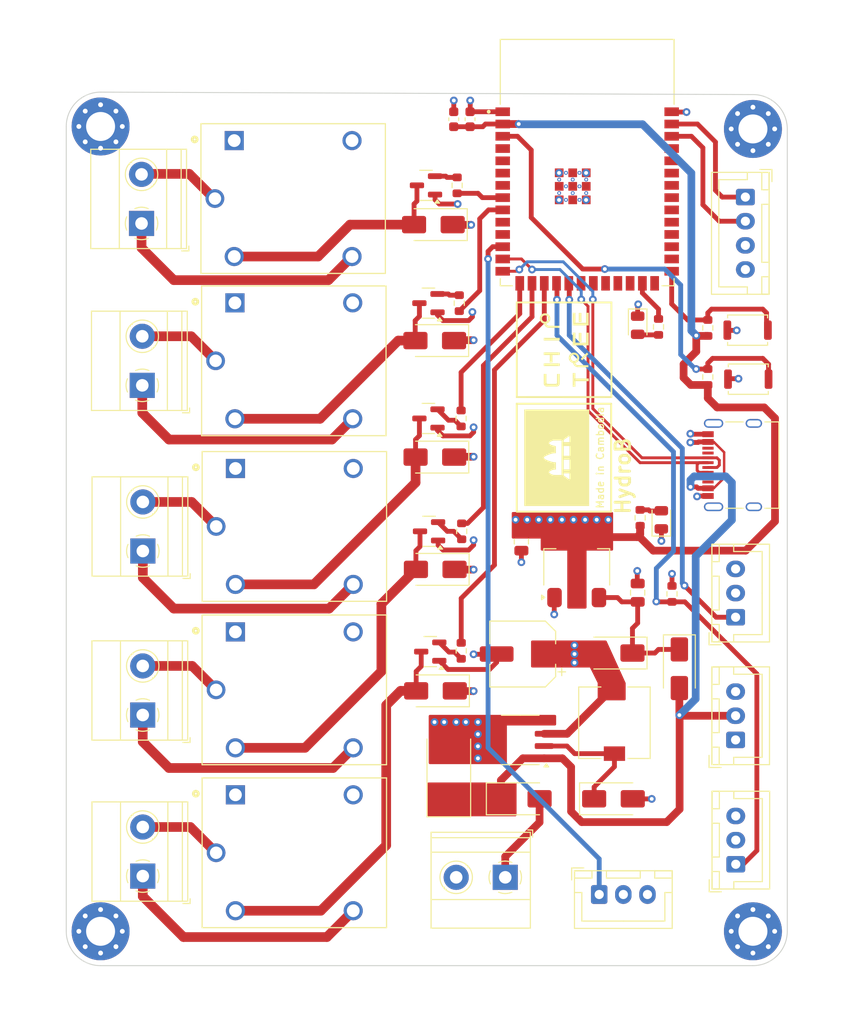
<source format=kicad_pcb>
(kicad_pcb (version 20240108) (generator "pcbnew") (generator_version "8.0")
  (layers (0 "F.Cu" signal) (1 "In1.Cu" power "GND") (2 "In2.Cu" power "PWR") (31 "B.Cu" signal) (34 "B.Paste" user) (35 "F.Paste" user) (36 "B.SilkS" user "B.Silkscreen") (37 "F.SilkS" user "F.Silkscreen") (38 "B.Mask" user) (39 "F.Mask" user) (44 "Edge.Cuts" user))
  (net 0 "")
  (net 1 "GND")
  (net 2 "+3.3V")
  (net 3 "VBUS")
  (net 4 "+5V")
  (net 5 "Net-(D18-K)")
  (net 6 "Net-(D7-A)")
  (net 7 "Net-(D8-A)")
  (net 8 "Net-(D10-A)")
  (net 9 "Net-(D14-A)")
  (net 10 "Net-(D15-A)")
  (net 11 "Net-(D16-A)")
  (net 12 "Net-(D17-K)")
  (net 13 "Net-(D20-A)")
  (net 14 "Net-(J14-Pin_2)")
  (net 15 "Net-(J14-Pin_1)")
  (net 16 "Net-(J15-Pin_2)")
  (net 17 "Net-(J15-Pin_1)")
  (net 18 "Net-(J16-Pin_2)")
  (net 19 "Net-(J16-Pin_1)")
  (net 20 "Net-(J17-Pin_1)")
  (net 21 "Net-(J17-Pin_2)")
  (net 22 "Net-(J18-Pin_2)")
  (net 23 "Net-(J18-Pin_1)")
  (net 24 "/HydroB/Block Sensor1/IO9")
  (net 25 "/HydroB/Block Sensor1/SCL")
  (net 26 "/HydroB/Block Sensor1/SDA")
  (net 27 "/HydroB/Block Sensor1/IO10")
  (net 28 "/HydroB/Block Sensor1/IO8")
  (net 32 "/HydroB/ESP32-S4/D+")
  (net 34 "/HydroB/ESP32-S4/D-")
  (net 45 "Net-(Q6-B)")
  (net 46 "Net-(Q7-B)")
  (net 47 "Net-(Q8-B)")
  (net 48 "Net-(Q9-B)")
  (net 49 "Net-(Q10-B)")
  (net 50 "/HydroB/Block Relay1/RELAY_1")
  (net 51 "/HydroB/Block Relay1/RELAY_4")
  (net 52 "/HydroB/Block Relay1/RELAY_2")
  (net 53 "/HydroB/Block Relay1/RELAY_5")
  (net 54 "/HydroB/Block Relay1/RELAY_3")
  (net 55 "/HydroB/ESP32-S4/RESET")
  (net 56 "/HydroB/ESP32-S4/BOOT")
  (net 70 "Net-(D1-A)")
  (net 80 "/HydroB/ESP32-S4/LED")
  (footprint "Diode_SMD:D_SMA" (layer "F.Cu") (at 168.503472 109.6 180)
    (property "Reference" "D18" (hide yes))
    (property "Value" "B120-E3")
  )
  (footprint "Diode_SMD:D_SMA" (layer "F.Cu") (at 149.882972 65.252472 180)
    (property "Reference" "D7" (hide yes))
    (property "Value" "1N4007")
  )
  (footprint "SRD-05VDC-SL-C:RELAY_SRD-05VDC-SL-C" (layer "F.Cu") (at 135.487472 96.494472)
    (property "Reference" "K9" (hide yes))
    (property "Value" "SRD-05VDC-SL-C")
  )
  (footprint "Diode_SMD:D_SMA" (layer "F.Cu") (at 158.883472 124.688472)
    (property "Reference" "D16" (hide yes))
    (property "Value" "1N4007")
  )
  (footprint "Connector_JST:JST_XH_B4B-XH-A_1x04_P2.50mm_Vertical" (layer "F.Cu") (at 182.2 62.4 -90)
    (property "Reference" "J20" (hide yes))
    (property "Value" "LCD")
  )
  (footprint "MountingHole:MountingHole_3mm_Pad_Via" (layer "F.Cu") (at 115.417472 55.092472)
    (property "Reference" "H6" (hide yes))
    (property "Value" "MountingHole")
  )
  (footprint "Resistor_SMD:R_0603_1608Metric" (layer "F.Cu") (at 152.755472 85.318472 -90)
    (property "Reference" "R13" (hide yes))
    (property "Value" "470")
  )
  (footprint "TerminalBlock_Phoenix:TerminalBlock_Phoenix_MKDS-1,5-2-5.08_1x02_P5.08mm_Horizontal" (layer "F.Cu") (at 119.735472 81.889472 90)
    (property "Reference" "J16" (hide yes))
    (property "Value" "Screw_Terminal_01x02")
  )
  (footprint "Resistor_SMD:R_0603_1608Metric" (layer "F.Cu") (at 174.599472 103.477472 90)
    (property "Reference" "R15" (hide yes))
    (property "Value" "5K")
  )
  (footprint "Connector_JST:JST_XH_B3B-XH-A_1x03_P2.50mm_Vertical" (layer "F.Cu") (at 181.186472 118.592472 90)
    (property "Reference" "J24" (hide yes))
    (property "Value" "Fan")
  )
  (footprint "MOD FILE:XCVR_ESP32-S3-WROOM-1-N16R2" (layer "F.Cu") (at 165.815472 58.828472)
    (property "Reference" "U1" (hide yes))
    (property "Value" "ESP32-S3-WROOM-1-N16R2")
  )
  (footprint "Diode_SMD:D_SMA" (layer "F.Cu") (at 150.039972 89.316472 180)
    (property "Reference" "D14" (hide yes))
    (property "Value" "1N4007")
  )
  (footprint "Package_TO_SOT_SMD:SOT-23" (layer "F.Cu") (at 149.5625 109.45 180)
    (property "Reference" "Q10" (hide yes))
    (property "Value" "S8050")
  )
  (footprint "LED_SMD:LED_0805_2012Metric" (layer "F.Cu") (at 171.043472 75.666472 -90)
    (property "Reference" "D1" (hide yes))
    (property "Value" "LED_Small")
  )
  (footprint "Resistor_SMD:R_0603_1608Metric" (layer "F.Cu") (at 152.566472 73.380472 90)
    (property "Reference" "R12" (hide yes))
    (property "Value" "470")
  )
  (footprint "Capacitor_SMD:C_0805_2012Metric" (layer "F.Cu") (at 159 98.05 -90)
    (property "Reference" "C12" (hide yes))
    (property "Value" "10uf")
  )
  (footprint "Package_SO:SOIC-8_3.9x4.9mm_P1.27mm" (layer "F.Cu") (at 158.883472 118.592472 180)
    (property "Reference" "U4" (hide yes))
    (property "Value" "XL1509-5.0")
  )
  (footprint "Inductor_SMD:L_7.3x7.3_H3.5" (layer "F.Cu") (at 168.637472 116.814472 90)
    (property "Reference" "L2" (hide yes))
    (property "Value" "68uH")
  )
  (footprint "Connector_JST:JST_XH_B3B-XH-A_1x03_P2.50mm_Vertical" (layer "F.Cu") (at 181.186472 105.892472 90)
    (property "Reference" "J21" (hide yes))
    (property "Value" "DS18B20 sensor")
  )
  (footprint "Resistor_SMD:R_0603_1608Metric" (layer "F.Cu") (at 178.308 75.946 -90)
    (property "Reference" "R18" (hide yes))
    (property "Value" "10k")
  )
  (footprint "Resistor_SMD:R_0603_1608Metric" (layer "F.Cu") (at 173.202472 75.841972 -90)
    (property "Reference" "R1" (hide yes))
    (property "Value" "1k")
  )
  (footprint "CHIPTREE_LOGO:CHPTREE-10x10mm" (layer "F.Cu") (at 163.423472 78.206472 90)
    (property "Reference" "G***" (hide yes))
    (property "Value" "LOGO" (hide yes))
  )
  (footprint "CHIPTREE_LOGO:cam10x10" (layer "F.Cu") (at 162.661472 89.382472 90)
    (property "Reference" "G***" (hide yes))
    (property "Value" "LOGO" (hide yes))
  )
  (footprint "Package_TO_SOT_SMD:SOT-23" (layer "F.Cu") (at 149.120972 61.188472 180)
    (property "Reference" "Q6" (hide yes))
    (property "Value" "S8050")
  )
  (footprint "Capacitor_SMD:CP_Elec_6.3x7.7" (layer "F.Cu") (at 159.137472 109.702472 180)
    (property "Reference" "C9" (hide yes))
    (property "Value" "180uf/35V")
  )
  (footprint "Package_TO_SOT_SMD:SOT-23" (layer "F.Cu") (at 149.374972 73.380472 180)
    (property "Reference" "Q8" (hide yes))
    (property "Value" "S8050")
  )
  (footprint "SRD-05VDC-SL-C:RELAY_SRD-05VDC-SL-C" (layer "F.Cu") (at 135.431472 79.349472)
    (property "Reference" "K8" (hide yes))
    (property "Value" "SRD-05VDC-SL-C")
  )
  (footprint "Package_TO_SOT_SMD:SOT-223-3_TabPin2" (layer "F.Cu") (at 164.730972 100.708972 90)
    (property "Reference" "U5" (hide yes))
    (property "Value" "AMS1117-3.3")
  )
  (footprint "Diode_SMD:D_SMA" (layer "F.Cu") (at 168.535472 124.688472)
    (property "Reference" "D17" (hide yes))
    (property "Value" "1N5820")
  )
  (footprint "Diode_SMD:D_SMA" (layer "F.Cu") (at 150.1025 113.514 180)
    (property "Reference" "D15" (hide yes))
    (property "Value" "1N4007")
  )
  (footprint "Resistor_SMD:R_0603_1608Metric" (layer "F.Cu") (at 152.344472 61.188472 90)
    (property "Reference" "R9" (hide yes))
    (property "Value" "470")
  )
  (footprint "Resistor_SMD:R_0603_1608Metric" (layer "F.Cu") (at 152.7675 109.371 -90)
    (property "Reference" "R14" (hide yes))
    (property "Value" "470")
  )
  (footprint "TerminalBlock_Phoenix:TerminalBlock_Phoenix_MKDS-1,5-2-5.08_1x02_P5.08mm_Horizontal" (layer "F.Cu") (at 119.782472 116.014972 90)
    (property "Reference" "J15" (hide yes))
    (property "Value" "Screw_Terminal_01x02")
  )
  (footprint "Connector_JST:JST_XH_B3B-XH-A_1x03_P2.50mm_Vertical" (layer "F.Cu") (at 167.059472 134.594472)
    (property "Reference" "J23" (hide yes))
    (property "Value" "PH sensor")
  )
  (footprint "MountingHole:MountingHole_3mm_Pad_Via" (layer "F.Cu") (at 115.417472 138.404472)
    (property "Reference" "H7" (hide yes))
    (property "Value" "MountingHole")
  )
  (footprint "Resistor_SMD:R_0603_1608Metric" (layer "F.Cu") (at 171.297472 95.603472 90)
    (property "Reference" "R16" (hide yes))
    (property "Value" "1k")
  )
  (footprint "Package_TO_SOT_SMD:SOT-23" (layer "F.Cu") (at 149.374972 85.318472 180)
    (property "Reference" "Q9" (hide yes))
    (property "Value" "S8050")
  )
  (footprint "Connector_USB:USB_C_Receptacle_Palconn_UTC16-G" (layer "F.Cu") (at 180.836472 90.144472 90)
    (property "Reference" "J26" (hide yes))
    (property "Value" "USB_C_2.0")
  )
  (footprint "TerminalBlock_Phoenix:TerminalBlock_Phoenix_MKDS-1,5-2-5.08_1x02_P5.08mm_Horizontal" (layer "F.Cu") (at 119.794472 99.039472 90)
    (property "Reference" "J17" (hide yes))
    (property "Value" "Screw_Terminal_01x02")
  )
  (footprint "TerminalBlock_Phoenix:TerminalBlock_Phoenix_MKDS-1,5-2-5.08_1x02_P5.08mm_Horizontal" (layer "F.Cu") (at 119.659472 65.130472 90)
    (property "Reference" "J14" (hide yes))
    (property "Value" "Screw_Terminal_01x02")
  )
  (footprint "SRD-05VDC-SL-C:RELAY_SRD-05VDC-SL-C" (layer "F.Cu") (at 135.360472 62.554472)
    (property "Reference" "K5" (hide yes))
    (property "Value" "SRD-05VDC-SL-C")
  )
  (footprint "Capacitor_Tantalum_SMD:CP_EIA-7343-30_AVX-N" (layer "F.Cu") (at 151.485472 122.148472 90)
    (property "Reference" "C8" (hide yes))
    (property "Value" "470uf/35V")
  )
  (footprint "Connector_JST:JST_XH_B3B-XH-A_1x03_P2.50mm_Vertical" (layer "F.Cu") (at 181.203472 131.466472 90)
    (property "Reference" "J1" (hide yes))
    (property "Value" "EC sensor")
  )
  (footprint "Button_Switch_SMD:SW_Push_SPST_NO_Alps_SKRK" (layer "F.Cu") (at 182.499 81.248472)
    (property "Reference" "SW3" (hide yes))
    (property "Value" "K2")
  )
  (footprint "Resistor_SMD:R_0603_1608Metric" (layer "F.Cu") (at 152.818 97 -90)
    (property "Reference" "R11" (hide yes))
    (property "Value" "470")
  )
  (footprint "TerminalBlock_Phoenix:TerminalBlock_Phoenix_MKDS-1,5-2-5.08_1x02_P5.08mm_Horizontal" (layer "F.Cu") (at 119.786472 132.689472 90)
    (property "Reference" "J18" (hide yes))
    (property "Value" "Screw_Terminal_01x02")
  )
  (footprint "Diode_SMD:D_SMA" (layer "F.Cu") (at 150.026472 77.256472 180)
    (property "Reference" "D10" (hide yes))
    (property "Value" "1N4007")
  )
  (footprint "Capacitor_SMD:C_0805_2012Metric" (layer "F.Cu") (at 171.043472 103.352472 90)
    (property "Reference" "C10" (hide yes))
    (property "Value" "10uf")
  )
  (footprint "MountingHole:MountingHole_3mm_Pad_Via" (layer "F.Cu") (at 182.981472 55.346472)
    (property "Reference" "H8" (hide yes))
    (property "Value" "MountingHole")
  )
  (footprint "Capacitor_SMD:C_0603_1608Metric" (layer "F.Cu") (at 151.993472 54.343472 -90)
    (property "Reference" "C6" (hide yes))
    (property "Value" "0.1uF")
  )
  (footprint "Package_TO_SOT_SMD:SOT-23" (layer "F.Cu") (at 149.4375 97 180)
    (property "Reference" "Q7" (hide yes))
    (property "Value" "S8050")
  )
  (footprint "Capacitor_SMD:C_0603_1608Metric" (layer "F.Cu") (at 153.683472 54.343472 -90)
    (property "Reference" "C4" (hide yes))
    (property "Value" "10uF")
  )
  (footprint "MountingHole:MountingHole_3mm_Pad_Via" (layer "F.Cu") (at 182.981472 138.404472)
    (property "Reference" "H5" (hide yes))
    (property "Value" "MountingHole")
  )
  (footprint "Diode_SMD:D_SMA" (layer "F.Cu") (at 150.076 100.939 180)
    (property "Reference" "D8" (hide yes))
    (property "Value" "1N4007")
  )
  (footprint "LED_SMD:LED_0805_2012Metric" (layer "F.Cu") (at 173.492472 95.809472 90)
    (property "Reference" "D20" (hide yes))
    (property "Value" "LED_Small")
  )
  (footprint "Button_Switch_SMD:SW_Push_SPST_NO_Alps_SKRK" (layer "F.Cu") (at 182.431 76.174472)
    (property "Reference" "SW4" (hide yes))
    (property "Value" "K1")
  )
  (footprint "SRD-05VDC-SL-C:RELAY_SRD-05VDC-SL-C" (layer "F.Cu") (at 135.479472 113.411472)
    (property "Reference" "K7" (hide yes))
    (property "Value" "SRD-05VDC-SL-C")
  )
  (footprint "TerminalBlock_Phoenix:TerminalBlock_Phoenix_MKDS-1,5-2-5.08_1x02_P5.08mm_Horizontal" (layer "F.Cu") (at 157.327472 132.816472 180)
    (property "Reference" "J2" (hide yes))
    (property "Value" "Screw_Terminal_01x02")
  )
  (footprint "SRD-05VDC-SL-C:RELAY_SRD-05VDC-SL-C" (layer "F.Cu") (at 135.483472 130.276472)
    (property "Reference" "K10" (hide yes))
    (property "Value" "SRD-05VDC-SL-C")
  )
  (footprint "Resistor_SMD:R_0603_1608Metric" (layer "F.Cu") (at 178.308 81.026 -90)
    (property "Reference" "R17" (hide yes))
    (property "Value" "10k")
  )
  (footprint "Diode_SMD:D_SMA" (layer "F.Cu") (at 175.361472 111.226472 -90)
    (property "Reference" "D19" (hide yes))
    (property "Value" "B120-E3")
  )
  (gr_rect (start 158.521272 83.794472) (end 168.300272 94.970472) (stroke (width 0.2)) (fill none) (layer "F.SilkS"))
  (gr_arc (start 111.861472 55.092472) (mid 112.903 52.578) (end 115.417472 51.536472) (stroke (width 0.1)) (layer "Edge.Cuts"))
  (gr_line (start 111.861472 55.092472) (end 111.861472 138.404472) (stroke (width 0.1)) (layer "Edge.Cuts"))
  (gr_line (start 115.417472 141.960472) (end 182.981472 141.960472) (stroke (width 0.1)) (layer "Edge.Cuts"))
  (gr_line (start 186.537472 138.404472) (end 186.537472 55.346472) (stroke (width 0.1)) (layer "Edge.Cuts"))
  (gr_arc (start 182.981472 51.790472) (mid 185.495944 52.832) (end 186.537472 55.346472) (stroke (width 0.1)) (layer "Edge.Cuts"))
  (gr_arc (start 186.537472 138.404472) (mid 185.495944 140.918944) (end 182.981472 141.960472) (stroke (width 0.1)) (layer "Edge.Cuts"))
  (gr_arc (start 115.417472 141.960472) (mid 112.903 140.918944) (end 111.861472 138.404472) (stroke (width 0.1)) (layer "Edge.Cuts"))
  (gr_line (start 182.981472 51.790472) (end 115.417472 51.536472) (stroke (width 0.1)) (layer "Edge.Cuts"))
  (gr_text "HydroB" (at 170.4 95.4 90) (layer "F.SilkS") (effects (font (size 1.5 1.5) (thickness 0.3) (bold yes)) (justify left bottom)))
  (gr_text "Made in Cambodia " (at 167.6 94.7166 90) (layer "F.SilkS") (effects (font (size 0.75 0.75) (thickness 0.125)) (justify left bottom)))
  (segment (start 171.043472 73.556528) (end 171.1 73.5) (width 0.5) (layer "F.Cu") (net 1))
  (segment (start 153.67 87.122) (end 150.876 87.122) (width 0.5) (layer "F.Cu") (net 1))
  (segment (start 177.238923 93.344472) (end 178.326472 93.344472) (width 0.5) (layer "F.Cu") (net 1))
  (segment (start 153.7 53.551944) (end 153.683472 53.568472) (width 0.5) (layer "F.Cu") (net 1))
  (segment (start 152 52.4) (end 152 53.561944) (width 0.5) (layer "F.Cu") (net 1))
  (segment (start 155.7 111.3) (end 151.4 111.3) (width 0.5) (layer "F.Cu") (net 1))
  (segment (start 162.4 103.889944) (end 162.430972 103.858972) (width 0.5) (layer "F.Cu") (net 1))
  (segment (start 181.3 76.2) (end 180.213 76.2) (width 0.5) (layer "F.Cu") (net 1))
  (segment (start 173.5 96.7545) (end 173.492472 96.746972) (width 0.5) (layer "F.Cu") (net 1))
  (segment (start 150.312472 86.558472) (end 150.312472 86.268472) (width 0.5) (layer "F.Cu") (net 1))
  (segment (start 152.4 63.119) (end 150.495 63.119) (width 0.5) (layer "F.Cu") (net 1))
  (segment (start 171.043472 74.728972) (end 171.043472 73.556528) (width 0.5) (layer "F.Cu") (net 1))
  (segment (start 174.597 53.6) (end 174.565472 53.568472) (width 0.5) (layer "F.Cu") (net 1))
  (segment (start 153.683472 53.568472) (end 157.065472 53.568472) (width 0.5) (layer "F.Cu") (net 1))
  (segment (start 153.543 75.184) (end 150.876 75.184) (width 0.5) (layer "F.Cu") (net 1))
  (segment (start 152 53.561944) (end 151.993472 53.568472) (width 0.5) (layer "F.Cu") (net 1))
  (segment (start 153.543 98.933) (end 154.051 98.425) (width 0.5) (layer "F.Cu") (net 1))
  (segment (start 153.924 74.295) (end 153.924 74.803) (width 0.5) (layer "F.Cu") (net 1))
  (segment (start 153.7 52.4) (end 153.7 53.551944) (width 0.5) (layer "F.Cu") (net 1))
  (segment (start 150.495 63.119) (end 150.058472 62.682472) (width 0.5) (layer "F.Cu") (net 1))
  (segment (start 156.345944 116.75) (end 156.408472 116.687472) (width 0.5) (layer "F.Cu") (net 1))
  (segment (start 180.447472 81.2) (end 180.399 81.248472) (width 0.5) (layer "F.Cu") (net 1))
  (segment (start 156.405944 120.5) (end 156.408472 120.497472) (width 0.5) (layer "F.Cu") (net 1))
  (segment (start 150.375 97.95) (end 150.375 98.432) (width 0.5) (layer "F.Cu") (net 1))
  (segment (start 159 100.2) (end 159 99) (width 0.5) (layer "F.Cu") (net 1))
  (segment (start 170.547 124.7) (end 170.535472 124.688472) (width 0.5) (layer "F.Cu") (net 1))
  (segment (start 153.924 74.803) (end 153.543 75.184) (width 0.5) (layer "F.Cu") (net 1))
  (segment (start 172.5 124.7) (end 170.547 124.7) (width 0.5) (layer "F.Cu") (net 1))
  (segment (start 150.058472 62.682472) (end 150.058472 62.138472) (width 0.5) (layer "F.Cu") (net 1))
  (segment (start 176.544472 86.944472) (end 178.326472 86.944472) (width 0.5) (layer "F.Cu") (net 1))
  (segment (start 150.312472 74.620472) (end 150.312472 74.330472) (width 0.5) (layer "F.Cu") (net 1))
  (segment (start 156.437472 109.702472) (end 156.437472 110.562528) (width 0.5) (layer "F.Cu") (net 1))
  (segment (start 181.483 81.2) (end 180.447472 81.2) (width 0.5) (layer "F.Cu") (net 1))
  (segment (start 156.385944 119.25) (end 156.408472 119.227472) (width 0.5) (layer "F.Cu") (net 1))
  (segment (start 156.365944 118) (end 156.408472 117.957472) (width 0.5) (layer "F.Cu") (net 1))
  (segment (start 171 101.1) (end 171 102.359) (width 0.5) (layer "F.Cu") (net 1))
  (segment (start 176.5 86.9) (end 176.544472 86.944472) (width 0.5) (layer "F.Cu") (net 1))
  (segment (start 154.051 109.728) (end 156.411944 109.728) (width 0.5) (layer "F.Cu") (net 1))
  (segment (start 180.213 76.2) (end 180.187472 76.174472) (width 0.5) (layer "F.Cu") (net 1))
  (segment (start 156.411944 109.728) (end 156.437472 109.702472) (width 0.5) (layer "F.Cu") (net 1))
  (segment (start 154.051 98.425) (end 154.051 97.917) (width 0.5) (layer "F.Cu") (net 1))
  (segment (start 156.437472 110.562528) (end 155.7 111.3) (width 0.5) (layer "F.Cu") (net 1))
  (segment (start 177.194788 93.388607) (end 177.238923 93.344472) (width 0.5) (layer "F.Cu") (net 1))
  (segment (start 150.876 75.184) (end 150.312472 74.620472) (width 0.5) (layer "F.Cu") (net 1))
  (segment (start 150.375 98.432) (end 150.876 98.933) (width 0.5) (layer "F.Cu") (net 1))
  (segment (start 173.5 98) (end 173.5 96.7545) (width 0.5) (layer "F.Cu") (net 1))
  (segment (start 176.1 53.6) (end 174.597 53.6) (width 0.5) (layer "F.Cu") (net 1))
  (segment (start 150.876 87.122) (end 150.312472 86.558472) (width 0.5) (layer "F.Cu") (net 1))
  (segment (start 171 102.359) (end 171.043472 102.402472) (width 0.5) (layer "F.Cu") (net 1))
  (segment (start 154.051 86.233) (end 154.051 86.741) (width 0.5) (layer "F.Cu") (net 1))
  (segment (start 162.4 105.6) (end 162.4 103.889944) (width 0.5) (layer "F.Cu") (net 1))
  (segment (start 151.4 111.3) (end 150.5 110.4) (width 0.5) (layer "F.Cu") (net 1))
  (segment (start 161.371 116.7) (end 161.358472 116.687472) (width 0.5) (layer "F.Cu") (net 1))
  (segment (start 150.876 98.933) (end 153.543 98.933) (width 0.5) (layer "F.Cu") (net 1))
  (segment (start 154.051 86.741) (end 153.67 87.122) (width 0.5) (layer "F.Cu") (net 1))
  (via (at 176.1 53.6) (size 0.8) (drill 0.4) (layers "F.Cu" "B.Cu") (net 1))
  (via (at 165.7 62.7) (size 0.8) (drill 0.4) (layers "F.Cu" "B.Cu") (net 1))
  (via (at 173.5 98) (size 0.8) (drill 0.4) (layers "F.Cu" "B.Cu") (net 1))
  (via (at 153.7 52.4) (size 0.8) (drill 0.4) (layers "F.Cu" "B.Cu") (net 1))
  (via (at 171.1 73.5) (size 0.8) (drill 0.4) (layers "F.Cu" "B.Cu") (net 1))
  (via (at 154.051 109.728) (size 0.8) (drill 0.4) (layers "F.Cu" "B.Cu") (net 1))
  (via (at 153.924 74.295) (size 0.8) (drill 0.4) (layers "F.Cu" "B.Cu") (net 1))
  (via (at 151 116.75) (size 0.8) (drill 0.4) (layers "F.Cu" "B.Cu") (net 1))
  (via (at 177.194788 93.388607) (size 0.8) (drill 0.4) (layers "F.Cu" "B.Cu") (net 1))
  (via (at 152.25 116.75) (size 0.8) (drill 0.4) (layers "F.Cu" "B.Cu") (net 1))
  (via (at 159 100.2) (size 0.8) (drill 0.4) (layers "F.Cu" "B.Cu") (net 1))
  (via (at 154.5 120.5) (size 0.8) (drill 0.4) (layers "F.Cu" "B.Cu") (net 1))
  (via (at 162.9 59.9) (size 0.8) (drill 0.4) (layers "F.Cu" "B.Cu") (net 1))
  (via (at 165.7 59.9) (size 0.8) (drill 0.4) (layers "F.Cu" "B.Cu") (net 1))
  (via (at 154.5 116.75) (size 0.8) (drill 0.4) (layers "F.Cu" "B.Cu") (net 1))
  (via (at 152.4 63.119) (size 0.8) (drill 0.4) (layers "F.Cu" "B.Cu") (net 1))
  (via (at 154.5 118) (size 0.8) (drill 0.4) (layers "F.Cu" "B.Cu") (net 1))
  (via (at 154.5 119.25) (size 0.8) (drill 0.4) (layers "F.Cu" "B.Cu") (net 1))
  (via (at 154.051 97.917) (size 0.8) (drill 0.4) (layers "F.Cu" "B.Cu") (net 1))
  (via (at 181.483 81.2) (size 0.8) (drill 0.4) (layers "F.Cu" "B.Cu") (net 1))
  (via (at 171 101.1) (size 0.8) (drill 0.4) (layers "F.Cu" "B.Cu") (net 1))
  (via (at 152 52.4) (size 0.8) (drill 0.4) (layers "F.Cu" "B.Cu") (net 1))
  (via (at 181.3 76.2) (size 0.8) (drill 0.4) (layers "F.Cu" "B.Cu") (net 1))
  (via (at 150 116.75) (size 0.8) (drill 0.4) (layers "F.Cu" "B.Cu") (net 1))
  (via (at 162.4 105.6) (size 0.8) (drill 0.4) (layers "F.Cu" "B.Cu") (net 1))
  (via (at 153.25 116.75) (size 0.8) (drill 0.4) (layers "F.Cu" "B.Cu") (net 1))
  (via (at 162.9 62.7) (size 0.8) (drill 0.4) (layers "F.Cu" "B.Cu") (net 1))
  (via (at 154.051 86.233) (size 0.8) (drill 0.4) (layers "F.Cu" "B.Cu") (net 1))
  (via (at 172.5 124.7) (size 0.8) (drill 0.4) (layers "F.Cu" "B.Cu") (net 1))
  (via (at 176.5 86.9) (size 0.8) (drill 0.4) (layers "F.Cu" "B.Cu") (net 1))
  (segment (start 177.1142 78.3858) (end 177.1142 76.7334) (width 0.8) (layer "F.Cu") (net 2))
  (segment (start 155.003028 55.118472) (end 155.283028 54.838472) (width 0.5) (layer "F.Cu") (net 2))
  (segment (start 179.2756 84.1756) (end 178.308 83.208) (width 0.8) (layer "F.Cu") (net 2))
  (segment (start 151.993472 55.118472) (end 153.683472 55.118472) (width 0.5) (layer "F.Cu") (net 2))
  (segment (start 182.2288 99) (end 185.2676 95.9612) (width 0.8) (layer "F.Cu") (net 2))
  (segment (start 185.2676 85.2932) (end 184.15 84.1756) (width 0.8) (layer "F.Cu") (net 2))
  (segment (start 185.2676 95.9612) (end 185.2676 85.2932) (width 0.8) (layer "F.Cu") (net 2))
  (segment (start 153.683472 55.118472) (end 155.003028 55.118472) (width 0.5) (layer "F.Cu") (net 2))
  (segment (start 155.283028 54.838472) (end 157.065472 54.838472) (width 0.5) (layer "F.Cu") (net 2))
  (segment (start 158.724472 54.838472) (end 157.065472 54.838472) (width 0.8) (layer "F.Cu") (net 2))
  (segment (start 184.15 84.1756) (end 179.2756 84.1756) (width 0.8) (layer "F.Cu") (net 2))
  (segment (start 175.8 79.7) (end 177.1142 78.3858) (width 0.8) (layer "F.Cu") (net 2))
  (segment (start 171.297472 97.282) (end 170.979472 97.6) (width 0.8) (layer "F.Cu") (net 2))
  (segment (start 178.308 81.851) (end 176.551 81.851) (width 0.8) (layer "F.Cu") (net 2))
  (segment (start 178.308 76.771) (end 177.1518 76.771) (width 0.8) (layer "F.Cu") (net 2))
  (segment (start 170.979472 97.6) (end 164.772 97.6) (width 0.8) (layer "F.Cu") (net 2))
  (segment (start 177.1518 76.771) (end 177.1142 76.7334) (width 0.8) (layer "F.Cu") (net 2))
  (segment (start 172.66 99) (end 182.2288 99) (width 0.8) (layer "F.Cu") (net 2))
  (segment (start 164.772 97.6) (end 164.730972 97.558972) (width 0.8) (layer "F.Cu") (net 2))
  (segment (start 171.297472 96.428472) (end 171.297472 97.637472) (width 0.8) (layer "F.Cu") (net 2))
  (segment (start 178.308 83.208) (end 178.308 81.851) (width 0.8) (layer "F.Cu") (net 2))
  (segment (start 176.551 81.851) (end 175.8 81.1) (width 0.8) (layer "F.Cu") (net 2))
  (segment (start 171.297472 96.428472) (end 171.297472 97.282) (width 0.8) (layer "F.Cu") (net 2))
  (segment (start 171.297472 97.637472) (end 172.66 99) (width 0.8) (layer "F.Cu") (net 2))
  (segment (start 175.8 81.1) (end 175.8 79.7) (width 0.8) (layer "F.Cu") (net 2))
  (via (at 159.6 95.8) (size 0.8) (drill 0.4) (layers "F.Cu" "B.Cu") (net 2))
  (via (at 160.8 95.8) (size 0.8) (drill 0.4) (layers "F.Cu" "B.Cu") (net 2))
  (via (at 158.724472 54.838472) (size 0.8) (drill 0.4) (layers "F.Cu" "B.Cu") (net 2))
  (via (at 158.4 95.8) (size 0.8) (drill 0.4) (layers "F.Cu" "B.Cu") (net 2))
  (via (at 163.2 95.8) (size 0.8) (drill 0.4) (layers "F.Cu" "B.Cu") (net 2))
  (via (at 168 95.8) (size 0.8) (drill 0.4) (layers "F.Cu" "B.Cu") (net 2))
  (via (at 166.8 95.8) (size 0.8) (drill 0.4) (layers "F.Cu" "B.Cu") (net 2))
  (via (at 164.4 95.8) (size 0.8) (drill 0.4) (layers "F.Cu" "B.Cu") (net 2))
  (via (at 165.6 95.8) (size 0.8) (drill 0.4) (layers "F.Cu" "B.Cu") (net 2))
  (via (at 177.1142 76.7334) (size 0.8) (drill 0.4) (layers "F.Cu" "B.Cu") (net 2))
  (via (at 162 95.8) (size 0.8) (drill 0.4) (layers "F.Cu" "B.Cu") (net 2))
  (segment (start 171.5516 54.864) (end 176.6062 59.9186) (width 0.8) (layer "B.Cu") (net 2))
  (segment (start 176.6062 76.2254) (end 177.1142 76.7334) (width 0.8) (layer "B.Cu") (net 2))
  (segment (start 158.75 54.864) (end 171.5516 54.864) (width 0.8) (layer "B.Cu") (net 2))
  (segment (start 176.6062 59.9186) (end 176.6062 76.2254) (width 0.8) (layer "B.Cu") (net 2))
  (segment (start 158.724472 54.838472) (end 158.75 54.864) (width 0.8) (layer "B.Cu") (net 2))
  (segment (start 175.429472 116.092472) (end 175.361472 116.024472) (width 0.8) (layer "F.Cu") (net 3))
  (segment (start 175.361472 116.024472) (end 175.387 116.05) (width 0.8) (layer "F.Cu") (net 3))
  (segment (start 175.361472 116.024472) (end 175.361472 113.226472) (width 0.8) (layer "F.Cu") (net 3))
  (segment (start 175.387 125.763) (end 174.05 127.1) (width 0.8) (layer "F.Cu") (net 3))
  (segment (start 159.152528 120.497472) (end 161.358472 120.497472) (width 0.8) (layer "F.Cu") (net 3))
  (segment (start 180 88.822594) (end 180 91.46635) (width 0.25) (layer "F.Cu") (net 3))
  (segment (start 165.25 127.1) (end 164.15 126) (width 0.8) (layer "F.Cu") (net 3))
  (segment (start 177.15 92.4) (end 177.294472 92.544472) (width 0.5) (layer "F.Cu") (net 3))
  (segment (start 178.921878 92.544472) (end 178.326472 92.544472) (width 0.25) (layer "F.Cu") (net 3))
  (segment (start 156.883472 124.688472) (end 156.883472 122.766528) (width 0.8) (layer "F.Cu") (net 3))
  (segment (start 164.15 121.4) (end 163.247472 120.497472) (width 0.8) (layer "F.Cu") (net 3))
  (segment (start 163.247472 120.497472) (end 161.358472 120.497472) (width 0.8) (layer "F.Cu") (net 3))
  (segment (start 177.294472 92.544472) (end 178.326472 92.544472) (width 0.5) (layer "F.Cu") (net 3))
  (segment (start 177.355528 87.744472) (end 178.326472 87.744472) (width 0.5) (layer "F.Cu") (net 3))
  (segment (start 164.15 126) (end 164.15 121.4) (width 0.8) (layer "F.Cu") (net 3))
  (segment (start 178.326472 87.744472) (end 178.921878 87.744472) (width 0.25) (layer "F.Cu") (net 3))
  (segment (start 176.5164 92.4) (end 177.15 92.4) (width 0.5) (layer "F.Cu") (net 3))
  (segment (start 156.883472 122.766528) (end 159.152528 120.497472) (width 0.8) (layer "F.Cu") (net 3))
  (segment (start 176.5 87.8) (end 177.3 87.8) (width 0.5) (layer "F.Cu") (net 3))
  (segment (start 177.3 87.8) (end 177.355528 87.744472) (width 0.5) (layer "F.Cu") (net 3))
  (segment (start 174.05 127.1) (end 165.25 127.1) (width 0.8) (layer "F.Cu") (net 3))
  (segment (start 181.186472 116.092472) (end 175.429472 116.092472) (width 0.8) (layer "F.Cu") (net 3))
  (segment (start 178.921878 87.744472) (end 180 88.822594) (width 0.25) (layer "F.Cu") (net 3))
  (segment (start 175.387 116.05) (end 175.387 125.763) (width 0.8) (layer "F.Cu") (net 3))
  (segment (start 180 91.46635) (end 178.921878 92.544472) (width 0.25) (layer "F.Cu") (net 3))
  (via (at 175.361472 116.024472) (size 0.8) (drill 0.4) (layers "F.Cu" "B.Cu") (net 3))
  (via (at 176.5 87.8) (size 0.8) (drill 0.4) (layers "F.Cu" "B.Cu") (net 3))
  (via (at 176.5164 92.4) (size 0.8) (drill 0.4) (layers "F.Cu" "B.Cu") (net 3))
  (segment (start 176.5164 91.6836) (end 176.5164 92.4) (width 0.8) (layer "B.Cu") (net 3))
  (segment (start 180.163 91.313) (end 176.887 91.313) (width 0.8) (layer "B.Cu") (net 3))
  (segment (start 180.7972 95.8342) (end 180.7972 91.9472) (width 0.8) (layer "B.Cu") (net 3))
  (segment (start 176.887 91.313) (end 176.5164 91.6836) (width 0.8) (layer "B.Cu") (net 3))
  (segment (start 175.375528 116.024472) (end 177.05 114.35) (width 0.8) (layer "B.Cu") (net 3))
  (segment (start 175.361472 116.024472) (end 175.375528 116.024472) (width 0.8) (layer "B.Cu") (net 3))
  (segment (start 177.05 99.5814) (end 180.7972 95.8342) (width 0.8) (layer "B.Cu") (net 3))
  (segment (start 177.05 114.35) (end 177.05 99.5814) (width 0.8) (layer "B.Cu") (net 3))
  (segment (start 180.7972 91.9472) (end 180.163 91.313) (width 0.8) (layer "B.Cu") (net 3))
  (segment (start 152.1265 113.538) (end 152.1025 113.514) (width 0.8) (layer "F.Cu") (net 4))
  (segment (start 153.797 65.278) (end 151.9085 65.278) (width 0.8) (layer "F.Cu") (net 4))
  (segment (start 151.9085 65.278) (end 151.882972 65.252472) (width 0.8) (layer "F.Cu") (net 4))
  (segment (start 168.637472 113.614472) (end 168.085528 113.614472) (width 0.8) (layer "F.Cu") (net 4))
  (segment (start 152.075444 89.281) (end 152.039972 89.316472) (width 0.8) (layer "F.Cu") (net 4))
  (segment (start 174.599472 102.652472) (end 174.599472 101.400528) (width 0.5) (layer "F.Cu") (net 4))
  (segment (start 154.051 77.216) (end 152.066944 77.216) (width 0.8) (layer "F.Cu") (net 4))
  (segment (start 154.051 89.281) (end 152.075444 89.281) (width 0.8) (layer "F.Cu") (net 4))
  (segment (start 154.051 113.538) (end 152.1265 113.538) (width 0.8) (layer "F.Cu") (net 4))
  (segment (start 152.066944 77.216) (end 152.026472 77.256472) (width 0.8) (layer "F.Cu") (net 4))
  (segment (start 154.051 100.965) (end 152.102 100.965) (width 0.8) (layer "F.Cu") (net 4))
  (segment (start 174.599472 101.400528) (end 174.6 101.4) (width 0.5) (layer "F.Cu") (net 4))
  (segment (start 163.742528 117.957472) (end 161.358472 117.957472) (width 0.8) (layer "F.Cu") (net 4))
  (segment (start 152.102 100.965) (end 152.076 100.939) (width 0.8) (layer "F.Cu") (net 4))
  (segment (start 168.085528 113.614472) (end 163.742528 117.957472) (width 0.8) (layer "F.Cu") (net 4))
  (via (at 154.051 100.965) (size 0.8) (drill 0.4) (layers "F.Cu" "B.Cu") (net 4))
  (via (at 153.797 65.278) (size 0.8) (drill 0.4) (layers "F.Cu" "B.Cu") (net 4))
  (via (at 154.051 77.216) (size 0.8) (drill 0.4) (layers "F.Cu" "B.Cu") (net 4))
  (via (at 174.6 101.4) (size 0.8) (drill 0.4) (layers "F.Cu" "B.Cu") (net 4))
  (via (at 164.5 110.6) (size 0.8) (drill 0.4) (layers "F.Cu" "B.Cu") (net 4))
  (via (at 154.051 89.281) (size 0.8) (drill 0.4) (layers "F.Cu" "B.Cu") (net 4))
  (via (at 154.051 113.538) (size 0.8) (drill 0.4) (layers "F.Cu" "B.Cu") (net 4))
  (via (at 164.5 108.8) (size 0.8) (drill 0.4) (layers "F.Cu" "B.Cu") (net 4))
  (via (at 164.5 109.7) (size 0.8) (drill 0.4) (layers "F.Cu" "B.Cu") (net 4))
  (segment (start 168.958972 103.858972) (end 169.402472 104.302472) (width 0.5) (layer "F.Cu") (net 5))
  (segment (start 171.043472 104.302472) (end 171.043472 106.5) (width 0.5) (layer "F.Cu") (net 5))
  (segment (start 167.030972 103.858972) (end 168.958972 103.858972) (width 0.5) (layer "F.Cu") (net 5))
  (segment (start 170.503472 107.04) (end 170.503472 109.448472) (width 0.5) (layer "F.Cu") (net 5))
  (segment (start 172.826472 109.6) (end 173.2 109.226472) (width 0.5) (layer "F.Cu") (net 5))
  (segment (start 169.402472 104.302472) (end 171.043472 104.302472) (width 0.5) (layer "F.Cu") (net 5))
  (segment (start 170.503472 109.448472) (end 170.655 109.6) (width 0.5) (layer "F.Cu") (net 5))
  (segment (start 171.043472 106.5) (end 170.503472 107.04) (width 0.5) (layer "F.Cu") (net 5))
  (segment (start 170.655 109.6) (end 172.826472 109.6) (width 0.5) (layer "F.Cu") (net 5))
  (segment (start 173.2 109.226472) (end 175.361472 109.226472) (width 0.5) (layer "F.Cu") (net 5))
  (segment (start 141.247528 65.252472) (end 147.882972 65.252472) (width 1) (layer "F.Cu") (net 6))
  (segment (start 147.882972 65.252472) (end 147.882972 63.117028) (width 0.5) (layer "F.Cu") (net 6))
  (segment (start 147.882972 63.117028) (end 148.183472 62.816528) (width 0.5) (layer "F.Cu") (net 6))
  (segment (start 129.260472 68.554472) (end 137.945528 68.554472) (width 1) (layer "F.Cu") (net 6))
  (segment (start 148.183472 62.816528) (end 148.183472 61.188472) (width 0.5) (layer "F.Cu") (net 6))
  (segment (start 137.945528 68.554472) (end 141.247528 65.252472) (width 1) (layer "F.Cu") (net 6))
  (segment (start 148.5 98.576) (end 148.076 99) (width 0.5) (layer "F.Cu") (net 7))
  (segment (start 144.5 111.5) (end 144.5 104.515) (width 1) (layer "F.Cu") (net 7))
  (segment (start 148.076 99) (end 148.076 100.939) (width 0.5) (layer "F.Cu") (net 7))
  (segment (start 136.588528 119.411472) (end 144.5 111.5) (width 1) (layer "F.Cu") (net 7))
  (segment (start 129.379472 119.411472) (end 136.588528 119.411472) (width 1) (layer "F.Cu") (net 7))
  (segment (start 144.5 104.515) (end 148.076 100.939) (width 1) (layer "F.Cu") (net 7))
  (segment (start 148.5 97) (end 148.5 98.576) (width 0.5) (layer "F.Cu") (net 7))
  (segment (start 148 77.23) (end 148.026472 77.256472) (width 0.5) (layer "F.Cu") (net 8))
  (segment (start 148.437472 73.380472) (end 148.437472 74.75) (width 0.5) (layer "F.Cu") (net 8))
  (segment (start 146.243528 77.256472) (end 148.026472 77.256472) (width 1) (layer "F.Cu") (net 8))
  (segment (start 129.331472 85.349472) (end 138.150528 85.349472) (width 1) (layer "F.Cu") (net 8))
  (segment (start 138.150528 85.349472) (end 146.243528 77.256472) (width 1) (layer "F.Cu") (net 8))
  (segment (start 148 75.187472) (end 148 77.23) (width 0.5) (layer "F.Cu") (net 8))
  (segment (start 148.437472 74.75) (end 148 75.187472) (width 0.5) (layer "F.Cu") (net 8))
  (segment (start 148.437472 85.318472) (end 148.437472 87.1025) (width 0.5) (layer "F.Cu") (net 9))
  (segment (start 148.437472 87.1025) (end 148.039972 87.5) (width 0.5) (layer "F.Cu") (net 9))
  (segment (start 137.505528 102.494472) (end 148.039972 91.960028) (width 1) (layer "F.Cu") (net 9))
  (segment (start 148.039972 87.5) (end 148.039972 89.316472) (width 0.5) (layer "F.Cu") (net 9))
  (segment (start 148.039972 91.960028) (end 148.039972 89.316472) (width 1) (layer "F.Cu") (net 9))
  (segment (start 129.387472 102.494472) (end 137.505528 102.494472) (width 1) (layer "F.Cu") (net 9))
  (segment (start 145 115) (end 146.486 113.514) (width 1) (layer "F.Cu") (net 10))
  (segment (start 138.223528 136.276472) (end 145 129.5) (width 1) (layer "F.Cu") (net 10))
  (segment (start 148.1025 111.5) (end 148.1025 113.514) (width 0.5) (layer "F.Cu") (net 10))
  (segment (start 129.383472 136.276472) (end 138.223528 136.276472) (width 1) (layer "F.Cu") (net 10))
  (segment (start 148.625 110.9775) (end 148.1025 111.5) (width 0.5) (layer "F.Cu") (net 10))
  (segment (start 148.625 109.45) (end 148.625 110.9775) (width 0.5) (layer "F.Cu") (net 10))
  (segment (start 146.486 113.514) (end 148.1025 113.514) (width 1) (layer "F.Cu") (net 10))
  (segment (start 145 129.5) (end 145 115) (width 1) (layer "F.Cu") (net 10))
  (segment (start 157.327472 130.672528) (end 160.883472 127.116528) (width 0.8) (layer "F.Cu") (net 11))
  (segment (start 160.883472 127.116528) (end 160.883472 124.688472) (width 0.8) (layer "F.Cu") (net 11))
  (segment (start 157.327472 132.816472) (end 157.327472 130.672528) (width 0.8) (layer "F.Cu") (net 11))
  (segment (start 163.727472 119.227472) (end 161.358472 119.227472) (width 0.5) (layer "F.Cu") (net 12))
  (segment (start 166.535472 124.688472) (end 166.535472 123.464528) (width 0.5) (layer "F.Cu") (net 12))
  (segment (start 168.637472 120.014472) (end 164.514472 120.014472) (width 0.5) (layer "F.Cu") (net 12))
  (segment (start 166.535472 123.464528) (end 168.637472 121.362528) (width 0.5) (layer "F.Cu") (net 12))
  (segment (start 168.637472 121.362528) (end 168.637472 120.014472) (width 0.5) (layer "F.Cu") (net 12))
  (segment (start 164.514472 120.014472) (end 163.727472 119.227472) (width 0.5) (layer "F.Cu") (net 12))
  (segment (start 172.3 94.9) (end 173.464444 94.9) (width 0.5) (layer "F.Cu") (net 13))
  (segment (start 172.178472 94.778472) (end 172.3 94.9) (width 0.5) (layer "F.Cu") (net 13))
  (segment (start 173.464444 94.9) (end 173.492472 94.871972) (width 0.5) (layer "F.Cu") (net 13))
  (segment (start 171.297472 94.778472) (end 172.178472 94.778472) (width 0.5) (layer "F.Cu") (net 13))
  (segment (start 119.709944 60) (end 124.603 60) (width 1) (layer "F.Cu") (net 14))
  (segment (start 124.603 60) (end 127.157472 62.554472) (width 1) (layer "F.Cu") (net 14))
  (segment (start 127.157472 62.554472) (end 127.260472 62.554472) (width 1) (layer "F.Cu") (net 14))
  (segment (start 119.659472 60.050472) (end 119.709944 60) (width 1) (layer "F.Cu") (net 14))
  (segment (start 123 71) (end 139.014944 71) (width 1) (layer "F.Cu") (net 15))
  (segment (start 119.659472 67.659472) (end 123 71) (width 1) (layer "F.Cu") (net 15))
  (segment (start 119.659472 65.130472) (end 119.659472 67.659472) (width 1) (layer "F.Cu") (net 15))
  (segment (start 139.014944 71) (end 141.460472 68.554472) (width 1) (layer "F.Cu") (net 15))
  (segment (start 124.902972 110.934972) (end 127.379472 113.411472) (width 1) (layer "F.Cu") (net 16))
  (segment (start 119.782472 110.934972) (end 124.902972 110.934972) (width 1) (layer "F.Cu") (net 16))
  (segment (start 119.782472 116.014972) (end 119.782472 118.782472) (width 1) (layer "F.Cu") (net 17))
  (segment (start 122.5 121.5) (end 139.490944 121.5) (width 1) (layer "F.Cu") (net 17))
  (segment (start 119.782472 118.782472) (end 122.5 121.5) (width 1) (layer "F.Cu") (net 17))
  (segment (start 139.490944 121.5) (end 141.579472 119.411472) (width 1) (layer "F.Cu") (net 17))
  (segment (start 119.735472 76.809472) (end 124.809472 76.809472) (width 1) (layer "F.Cu") (net 18))
  (segment (start 124.809472 76.809472) (end 127.331472 79.331472) (width 1) (layer "F.Cu") (net 18))
  (segment (start 127.331472 79.331472) (end 127.331472 79.349472) (width 1) (layer "F.Cu") (net 18))
  (segment (start 139.380944 87.5) (end 141.531472 85.349472) (width 1) (layer "F.Cu") (net 19))
  (segment (start 122.5 87.5) (end 139.380944 87.5) (width 1) (layer "F.Cu") (net 19))
  (segment (start 119.735472 81.889472) (end 119.735472 84.735472) (width 1) (layer "F.Cu") (net 19))
  (segment (start 119.735472 84.735472) (end 122.5 87.5) (width 1) (layer "F.Cu") (net 19))
  (segment (start 119.794472 99.039472) (end 119.794472 101.794472) (width 1) (layer "F.Cu") (net 20))
  (segment (start 123 105) (end 139.081944 105) (width 1) (layer "F.Cu") (net 20))
  (segment (start 119.794472 101.794472) (end 123 105) (width 1) (layer "F.Cu") (net 20))
  (segment (start 139.081944 105) (end 141.587472 102.494472) (width 1) (layer "F.Cu") (net 20))
  (segment (start 119.794472 93.959472) (end 124.852472 93.959472) (width 1) (layer "F.Cu") (net 21))
  (segment (start 124.852472 93.959472) (end 127.387472 96.494472) (width 1) (layer "F.Cu") (net 21))
  (segment (start 119.786472 127.609472) (end 124.716472 127.609472) (width 1) (layer "F.Cu") (net 22))
  (segment (start 124.716472 127.609472) (end 127.383472 130.276472) (width 1) (layer "F.Cu") (net 22))
  (segment (start 124 139) (end 138.859944 139) (width 1) (layer "F.Cu") (net 23))
  (segment (start 138.859944 139) (end 141.583472 136.276472) (width 1) (layer "F.Cu") (net 23))
  (segment (start 119.786472 132.689472) (end 119.786472 134.786472) (width 1) (layer "F.Cu") (net 23))
  (segment (start 119.786472 134.786472) (end 124 139) (width 1) (layer "F.Cu") (net 23))
  (segment (start 175.930472 104.302472) (end 174.599472 104.302472) (width 0.5) (layer "F.Cu") (net 24))
  (segment (start 183.388 111.76) (end 175.930472 104.302472) (width 0.5) (layer "F.Cu") (net 24))
  (segment (start 162.687 71.375) (end 162.640472 71.328472) (width 0.5) (layer "F.Cu") (net 24))
  (segment (start 183.388 130.048) (end 183.388 111.76) (width 0.5) (layer "F.Cu") (net 24))
  (segment (start 181.969528 131.466472) (end 183.388 130.048) (width 0.5) (layer "F.Cu") (net 24))
  (segment (start 181.203472 131.466472) (end 181.969528 131.466472) (width 0.5) (layer "F.Cu") (net 24))
  (segment (start 162.687 73.025) (end 162.687 71.375) (width 0.5) (layer "F.Cu") (net 24))
  (segment (start 174.599472 104.302472) (end 173.009472 104.302472) (width 0.5) (layer "F.Cu") (net 24))
  (segment (start 173.009472 104.302472) (end 172.974 104.267) (width 0.5) (layer "F.Cu") (net 24))
  (via (at 162.687 73.025) (size 0.8) (drill 0.4) (layers "F.Cu" "B.Cu") (net 24))
  (via (at 172.974 104.267) (size 0.8) (drill 0.4) (layers "F.Cu" "B.Cu") (net 24))
  (segment (start 172.974 104.267) (end 172.974 100.838) (width 0.5) (layer "B.Cu") (net 24))
  (segment (start 162.687 76.708) (end 162.687 73.025) (width 0.5) (layer "B.Cu") (net 24))
  (segment (start 174.752 88.773) (end 162.687 76.708) (width 0.5) (layer "B.Cu") (net 24))
  (segment (start 172.974 100.838) (end 174.752 99.06) (width 0.5) (layer "B.Cu") (net 24))
  (segment (start 174.752 99.06) (end 174.752 88.773) (width 0.5) (layer "B.Cu") (net 24))
  (segment (start 176.608472 56.108472) (end 174.565472 56.108472) (width 0.5) (layer "F.Cu") (net 25))
  (segment (start 182.2 64.9) (end 179.5 64.9) (width 0.5) (layer "F.Cu") (net 25))
  (segment (start 177.8 63.2) (end 177.8 57.3) (width 0.5) (layer "F.Cu") (net 25))
  (segment (start 179.5 64.9) (end 177.8 63.2) (width 0.5) (layer "F.Cu") (net 25))
  (segment (start 177.8 57.3) (end 176.608472 56.108472) (width 0.5) (layer "F.Cu") (net 25))
  (segment (start 177.238472 54.838472) (end 174.565472 54.838472) (width 0.5) (layer "F.Cu") (net 26))
  (segment (start 179.1 56.7) (end 177.238472 54.838472) (width 0.5) (layer "F.Cu") (net 26))
  (segment (start 182.2 62.4) (end 179.8 62.4) (width 0.5) (layer "F.Cu") (net 26))
  (segment (start 179.1 61.7) (end 179.1 56.7) (width 0.5) (layer "F.Cu") (net 26))
  (segment (start 179.8 62.4) (end 179.1 61.7) (width 0.5) (layer "F.Cu") (net 26))
  (segment (start 179.171472 105.892472) (end 175.895 102.616) (width 0.5) (layer "F.Cu") (net 27))
  (segment (start 163.957 73.025) (end 163.957 71.375) (width 0.5) (layer "F.Cu") (net 27))
  (segment (start 181.186472 105.892472) (end 179.171472 105.892472) (width 0.5) (layer "F.Cu") (net 27))
  (segment (start 163.957 71.375) (end 163.910472 71.328472) (width 0.5) (layer "F.Cu") (net 27))
  (via (at 163.957 73.025) (size 0.8) (drill 0.4) (layers "F.Cu" "B.Cu") (net 27))
  (via (at 175.895 102.616) (size 0.8) (drill 0.4) (layers "F.Cu" "B.Cu") (net 27))
  (segment (start 175.6664 88.4174) (end 163.957 76.708) (width 0.5) (layer "B.Cu") (net 27))
  (segment (start 163.957 76.708) (end 163.957 73.025) (width 0.5) (layer "B.Cu") (net 27))
  (segment (start 175.6664 102.3874) (end 175.6664 88.4174) (width 0.5) (layer "B.Cu") (net 27))
  (segment (start 175.895 102.616) (end 175.6664 102.3874) (width 0.5) (layer "B.Cu") (net 27))
  (segment (start 156.032328 67.538472) (end 155.5496 68.0212) (width 0.5) (layer "F.Cu") (net 28))
  (segment (start 155.5496 68.0212) (end 155.5496 68.8086) (width 0.5) (layer "F.Cu") (net 28))
  (segment (start 157.065472 67.538472) (end 156.032328 67.538472) (width 0.5) (layer "F.Cu") (net 28))
  (via (at 155.5496 68.8086) (size 0.8) (drill 0.4) (layers "F.Cu" "B.Cu") (net 28))
  (segment (start 167.059472 130.909472) (end 167.059472 134.594472) (width 0.5) (layer "B.Cu") (net 28))
  (segment (start 155.5496 68.8086) (end 155.5496 119.3996) (width 0.5) (layer "B.Cu") (net 28))
  (segment (start 155.5496 119.3996) (end 167.059472 130.909472) (width 0.5) (layer "B.Cu") (net 28))
  (segment (start 158.789235 69.9) (end 158.610763 70.078472) (width 0.3) (layer "F.Cu") (net 32))
  (segment (start 179.256472 89.394472) (end 178.326472 89.394472) (width 0.3) (layer "F.Cu") (net 32))
  (segment (start 179.5 90.150944) (end 179.5 89.638) (width 0.3) (layer "F.Cu") (net 32))
  (segment (start 171.494472 89.394472) (end 178.326472 89.394472) (width 0.3) (layer "F.Cu") (net 32))
  (segment (start 179.5 89.638) (end 179.256472 89.394472) (width 0.3) (layer "F.Cu") (net 32))
  (segment (start 158.610763 70.078472) (end 157.065472 70.078472) (width 0.3) (layer "F.Cu") (net 32))
  (segment (start 166.4 84.3) (end 171.494472 89.394472) (width 0.3) (layer "F.Cu") (net 32))
  (segment (start 179.256472 90.394472) (end 179.5 90.150944) (width 0.3) (layer "F.Cu") (net 32))
  (segment (start 166.4 73) (end 166.4 84.3) (width 0.3) (layer "F.Cu") (net 32))
  (segment (start 178.326472 90.394472) (end 179.256472 90.394472) (width 0.3) (layer "F.Cu") (net 32))
  (via (at 158.789235 69.9) (size 0.8) (drill 0.4) (layers "F.Cu" "B.Cu") (net 32))
  (via (at 166.4 73) (size 0.8) (drill 0.4) (layers "F.Cu" "B.Cu") (net 32))
  (segment (start 163.334 69.1) (end 159.589235 69.1) (width 0.3) (layer "B.Cu") (net 32))
  (segment (start 166.4 72.166) (end 163.334 69.1) (width 0.3) (layer "B.Cu") (net 32))
  (segment (start 166.4 73) (end 166.4 72.166) (width 0.3) (layer "B.Cu") (net 32))
  (segment (start 159.589235 69.1) (end 158.789235 69.9) (width 0.3) (layer "B.Cu") (net 32))
  (segment (start 177.396472 90.894472) (end 177.2 90.698) (width 0.3) (layer "F.Cu") (net 34))
  (segment (start 165.9 84.507107) (end 171.287366 89.894472) (width 0.3) (layer "F.Cu") (net 34))
  (segment (start 177.2 90.698) (end 177.2 90.090944) (width 0.3) (layer "F.Cu") (net 34))
  (segment (start 165.2 73) (end 165.9 73.7) (width 0.3) (layer "F.Cu") (net 34))
  (segment (start 165.9 73.7) (end 165.9 84.507107) (width 0.3) (layer "F.Cu") (net 34))
  (segment (start 178.326472 90.894472) (end 177.396472 90.894472) (width 0.3) (layer "F.Cu") (net 34))
  (segment (start 171.287366 89.894472) (end 178.326472 89.894472) (width 0.3) (layer "F.Cu") (net 34))
  (segment (start 160.1 69.9) (end 159.008472 68.808472) (width 0.3) (layer "F.Cu") (net 34))
  (segment (start 177.396472 89.894472) (end 178.326472 89.894472) (width 0.3) (layer "F.Cu") (net 34))
  (segment (start 177.2 90.090944) (end 177.396472 89.894472) (width 0.3) (layer "F.Cu") (net 34))
  (segment (start 159.008472 68.808472) (end 157.065472 68.808472) (width 0.3) (layer "F.Cu") (net 34))
  (via (at 165.2 73) (size 0.8) (drill 0.4) (layers "F.Cu" "B.Cu") (net 34))
  (via (at 160.1 69.9) (size 0.8) (drill 0.4) (layers "F.Cu" "B.Cu") (net 34))
  (segment (start 165.2 72.109) (end 165.2 73) (width 0.3) (layer "B.Cu") (net 34))
  (segment (start 162.991 69.9) (end 165.2 72.109) (width 0.3) (layer "B.Cu") (net 34))
  (segment (start 160.1 69.9) (end 162.991 69.9) (width 0.3) (layer "B.Cu") (net 34))
  (segment (start 151.170472 60.238472) (end 150.058472 60.238472) (width 0.5) (layer "F.Cu") (net 45))
  (segment (start 152.344472 60.363472) (end 151.295472 60.363472) (width 0.5) (layer "F.Cu") (net 45))
  (segment (start 151.295472 60.363472) (end 151.170472 60.238472) (width 0.5) (layer "F.Cu") (net 45))
  (segment (start 151.325 97) (end 151.993 97) (width 0.5) (layer "F.Cu") (net 46))
  (segment (start 150.375 96.05) (end 151.325 97) (width 0.5) (layer "F.Cu") (net 46))
  (segment (start 151.993 97) (end 152.818 97.825) (width 0.5) (layer "F.Cu") (net 46))
  (segment (start 151.430472 72.430472) (end 150.312472 72.430472) (width 0.5) (layer "F.Cu") (net 47))
  (segment (start 151.555472 72.555472) (end 151.430472 72.430472) (width 0.5) (layer "F.Cu") (net 47))
  (segment (start 152.566472 72.555472) (end 151.555472 72.555472) (width 0.5) (layer "F.Cu") (net 47))
  (segment (start 151.444 85.5) (end 152.112 85.5) (width 0.5) (layer "F.Cu") (net 48))
  (segment (start 150.312472 84.368472) (end 151.444 85.5) (width 0.5) (layer "F.Cu") (net 48))
  (segment (start 152.112 85.5) (end 152.755472 86.143472) (width 0.5) (layer "F.Cu") (net 48))
  (segment (start 152.0715 109.5) (end 152.7675 110.196) (width 0.5) (layer "F.Cu") (net 49))
  (segment (start 151.5 109.5) (end 152.0715 109.5) (width 0.5) (layer "F.Cu") (net 49))
  (segment (start 150.5 108.5) (end 151.5 109.5) (width 0.5) (layer "F.Cu") (net 49))
  (segment (start 154.958472 62.458472) (end 154.513472 62.013472) (width 0.5) (layer "F.Cu") (net 50))
  (segment (start 157.065472 62.458472) (end 154.958472 62.458472) (width 0.5) (layer "F.Cu") (net 50))
  (segment (start 154.513472 62.013472) (end 152.344472 62.013472) (width 0.5) (layer "F.Cu") (net 50))
  (segment (start 160.100472 74.799528) (end 160.100472 71.328472) (width 0.5) (layer "F.Cu") (net 51))
  (segment (start 155.067 94.533) (end 155.067 79.833) (width 0.5) (layer "F.Cu") (net 51))
  (segment (start 152.818 96.175) (end 153.425 96.175) (width 0.5) (layer "F.Cu") (net 51))
  (segment (start 155.067 79.833) (end 160.100472 74.799528) (width 0.5) (layer "F.Cu") (net 51))
  (segment (start 153.425 96.175) (end 155.067 94.533) (width 0.5) (layer "F.Cu") (net 51))
  (segment (start 154.686 72.085944) (end 154.686 64.643) (width 0.5) (layer "F.Cu") (net 52))
  (segment (start 154.686 64.643) (end 155.600528 63.728472) (width 0.5) (layer "F.Cu") (net 52))
  (segment (start 155.600528 63.728472) (end 157.065472 63.728472) (width 0.5) (layer "F.Cu") (net 52))
  (segment (start 152.566472 74.205472) (end 154.686 72.085944) (width 0.5) (layer "F.Cu") (net 52))
  (segment (start 152.755472 84.493472) (end 152.755472 80.544528) (width 0.5) (layer "F.Cu") (net 53))
  (segment (start 158.830472 74.469528) (end 158.830472 71.328472) (width 0.5) (layer "F.Cu") (net 53))
  (segment (start 152.755472 80.544528) (end 158.830472 74.469528) (width 0.5) (layer "F.Cu") (net 53))
  (segment (start 152.7675 103.9325) (end 156.21 100.49) (width 0.5) (layer "F.Cu") (net 54))
  (segment (start 156.21 100.49) (end 156.21 80.29) (width 0.5) (layer "F.Cu") (net 54))
  (segment (start 161.370472 75.129528) (end 161.370472 71.328472) (width 0.5) (layer "F.Cu") (net 54))
  (segment (start 152.7675 108.546) (end 152.7675 103.9325) (width 0.5) (layer "F.Cu") (net 54))
  (segment (start 156.21 80.29) (end 161.370472 75.129528) (width 0.5) (layer "F.Cu") (net 54))
  (segment (start 178.308 80.201) (end 178.308 79.592) (width 0.5) (layer "F.Cu") (net 55))
  (segment (start 184 79.1) (end 184.599 79.699) (width 0.5) (layer "F.Cu") (net 55))
  (segment (start 158.597472 56.108472) (end 157.065472 56.108472) (width 0.5) (layer "F.Cu") (net 55))
  (segment (start 160.02 57.531) (end 158.597472 56.108472) (width 0.5) (layer "F.Cu") (net 55))
  (segment (start 165.354 69.85) (end 160.02 64.516) (width 0.5) (layer "F.Cu") (net 55))
  (segment (start 160.02 64.516) (end 160.02 57.531) (width 0.5) (layer "F.Cu") (net 55))
  (segment (start 178.308 79.592) (end 178.8 79.1) (width 0.5) (layer "F.Cu") (net 55))
  (segment (start 184.599 79.699) (end 184.599 81.248472) (width 0.5) (layer "F.Cu") (net 55))
  (segment (start 178.8 79.1) (end 184 79.1) (width 0.5) (layer "F.Cu") (net 55))
  (segment (start 177.099 80.201) (end 178.308 80.201) (width 0.5) (layer "F.Cu") (net 55))
  (segment (start 167.64 69.85) (end 165.354 69.85) (width 0.5) (layer "F.Cu") (net 55))
  (via (at 167.64 69.85) (size 0.8) (drill 0.4) (layers "F.Cu" "B.Cu") (net 55))
  (via (at 177.099 80.201) (size 0.8) (drill 0.4) (layers "F.Cu" "B.Cu") (net 55))
  (segment (start 167.64 69.85) (end 173.85 69.85) (width 0.5) (layer "B.Cu") (net 55))
  (segment (start 175.5 78.7) (end 177.001 80.201) (width 0.5) (layer "B.Cu") (net 55))
  (segment (start 177.001 80.201) (end 177.099 80.201) (width 0.5) (layer "B.Cu") (net 55))
  (segment (start 175.5 71.5) (end 175.5 78.7) (width 0.5) (layer "B.Cu") (net 55))
  (segment (start 173.85 69.85) (end 175.5 71.5) (width 0.5) (layer "B.Cu") (net 55))
  (segment (start 184.387472 74.387472) (end 184 74) (width 0.5) (layer "F.Cu") (net 56))
  (segment (start 184.387472 76.174472) (end 184.387472 74.387472) (width 0.5) (layer "F.Cu") (net 56))
  (segment (start 176.221 75.121) (end 174.565472 73.465472) (width 0.5) (layer "F.Cu") (net 56))
  (segment (start 178.308 75.121) (end 176.221 75.121) (width 0.5) (layer "F.Cu") (net 56))
  (segment (start 178.308 74.392) (end 178.308 75.121) (width 0.5) (layer "F.Cu") (net 56))
  (segment (start 184 74) (end 178.7 74) (width 0.5) (layer "F.Cu") (net 56))
  (segment (start 178.7 74) (end 178.308 74.392) (width 0.5) (layer "F.Cu") (net 56))
  (segment (start 174.565472 73.465472) (end 174.565472 70.078472) (width 0.5) (layer "F.Cu") (net 56))
  (segment (start 171.106472 76.666972) (end 171.043472 76.603972) (width 0.5) (layer "F.Cu") (net 70))
  (segment (start 173.202472 76.666972) (end 171.106472 76.666972) (width 0.5) (layer "F.Cu") (net 70))
  (segment (start 173.202472 74.002472) (end 171.530472 72.330472) (width 0.5) (layer "F.Cu") (net 80))
  (segment (start 173.202472 75.016972) (end 173.202472 74.002472) (width 0.5) (layer "F.Cu") (net 80))
  (segment (start 171.530472 72.330472) (end 171.530472 71.328472) (width 0.5) (layer "F.Cu") (net 80))
  (zone (net 4) (net_name "+5V") (layer "F.Cu") (priority 4) (connect_pads yes (clearance 0.3)) (min_thickness 0.25) (fill yes (thermal_gap 0.5) (thermal_bridge_width 0.5))
    (polygon (pts (xy 160 108.3) (xy 167.8 108.3) (xy 169.8 112.7) (xy 169.8 114.5) (xy 166.9 114.5) (xy 166.9 112.7) (xy 166.1 111.1) (xy 160 111.1)))
  )
  (zone (net 1) (net_name "GND") (layer "F.Cu") (priority 3) (connect_pads yes (clearance 0.3)) (min_thickness 0.25) (fill yes (thermal_gap 0.5) (thermal_bridge_width 0.5))
    (polygon (pts (xy 149.4 116) (xy 162.6 116) (xy 162.6 117.1) (xy 157.5 117.1) (xy 157.5 121.1) (xy 149.4 121.1)))
  )
  (zone (net 3) (net_name "VBUS") (layer "F.Cu") (priority 2) (connect_pads yes (clearance 0.3)) (min_thickness 0.25) (fill yes (thermal_gap 0.5) (thermal_bridge_width 0.5))
    (polygon (pts (xy 149.25 123) (xy 158.5 123) (xy 158.5 126.5) (xy 149.25 126.5)))
  )
  (zone (net 2) (net_name "+3.3V") (layer "F.Cu") (priority 5) (connect_pads yes (clearance 0.3)) (min_thickness 0.25) (fill yes (thermal_gap 0.5) (thermal_bridge_width 0.5))
    (polygon (pts (xy 158 95) (xy 168.5 95) (xy 168.5 99) (xy 165.75 99) (xy 165.75 105) (xy 163.75 105) (xy 163.75 99) (xy 161 99) (xy 161 97.75) (xy 158 97.75)))
  )
)
</source>
